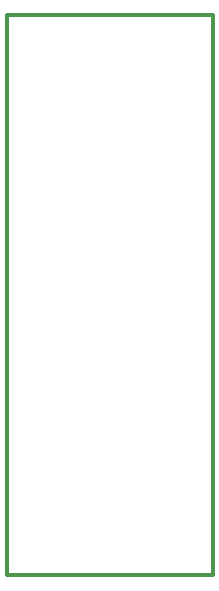
<source format=gko>
%FSLAX44Y44*%
%MOMM*%
G71*
G01*
G75*
G04 Layer_Color=16711935*
%ADD10R,1.0000X0.7250*%
%ADD11R,0.8000X0.9000*%
%ADD12R,0.6000X1.3500*%
%ADD13R,0.4000X1.3500*%
%ADD14C,0.5000*%
%ADD15C,0.2540*%
%ADD16C,0.2000*%
%ADD17R,1.5000X1.5000*%
%ADD18C,1.5000*%
%ADD19C,0.6000*%
%ADD20R,0.9800X0.7050*%
%ADD21R,0.7800X0.8800*%
%ADD22R,0.5800X1.3300*%
%ADD23R,0.3800X1.3300*%
%ADD24R,1.4800X1.4800*%
%ADD25C,1.4800*%
%ADD26C,0.5800*%
%ADD27C,0.1524*%
%ADD28C,0.3000*%
D28*
X521000Y775000D02*
X695000D01*
Y1249000D01*
X521000D02*
X695000D01*
X521000Y775000D02*
Y1249000D01*
M02*

</source>
